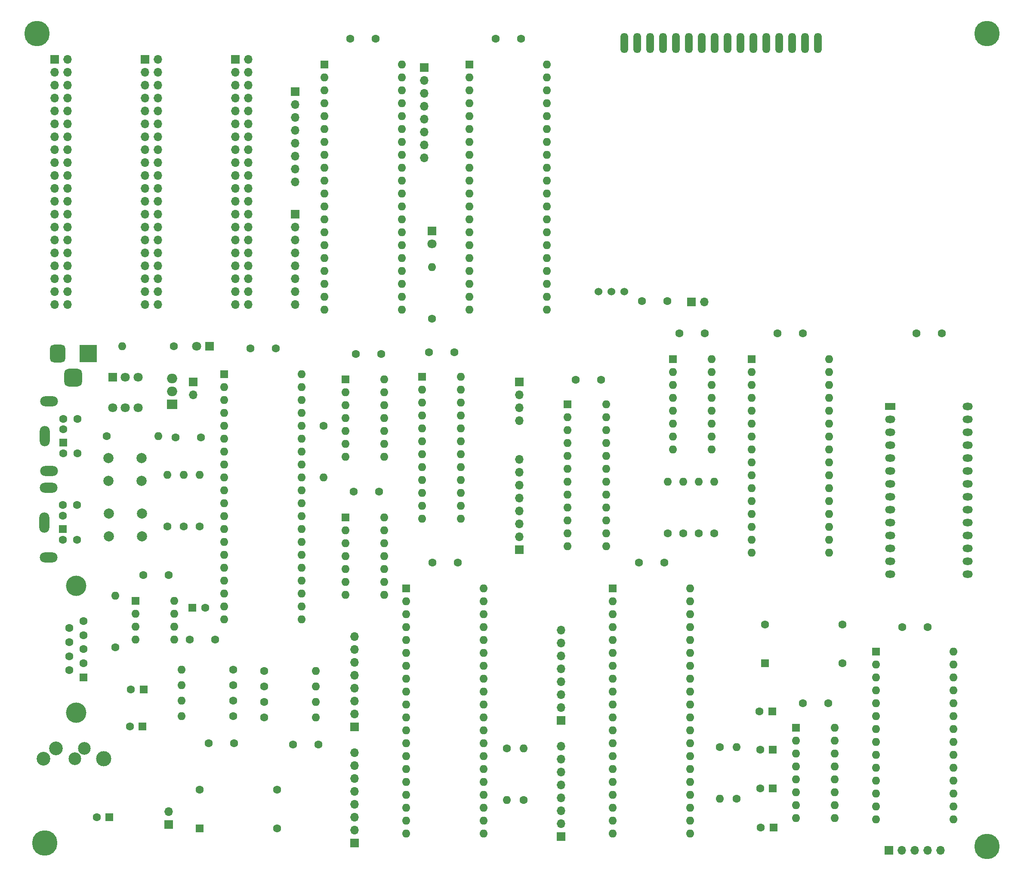
<source format=gbr>
%TF.GenerationSoftware,KiCad,Pcbnew,7.0.2*%
%TF.CreationDate,2023-08-11T11:39:39-05:00*%
%TF.ProjectId,6502v2.0,36353032-7632-42e3-902e-6b696361645f,rev?*%
%TF.SameCoordinates,Original*%
%TF.FileFunction,Soldermask,Top*%
%TF.FilePolarity,Negative*%
%FSLAX46Y46*%
G04 Gerber Fmt 4.6, Leading zero omitted, Abs format (unit mm)*
G04 Created by KiCad (PCBNEW 7.0.2) date 2023-08-11 11:39:39*
%MOMM*%
%LPD*%
G01*
G04 APERTURE LIST*
G04 Aperture macros list*
%AMRoundRect*
0 Rectangle with rounded corners*
0 $1 Rounding radius*
0 $2 $3 $4 $5 $6 $7 $8 $9 X,Y pos of 4 corners*
0 Add a 4 corners polygon primitive as box body*
4,1,4,$2,$3,$4,$5,$6,$7,$8,$9,$2,$3,0*
0 Add four circle primitives for the rounded corners*
1,1,$1+$1,$2,$3*
1,1,$1+$1,$4,$5*
1,1,$1+$1,$6,$7*
1,1,$1+$1,$8,$9*
0 Add four rect primitives between the rounded corners*
20,1,$1+$1,$2,$3,$4,$5,0*
20,1,$1+$1,$4,$5,$6,$7,0*
20,1,$1+$1,$6,$7,$8,$9,0*
20,1,$1+$1,$8,$9,$2,$3,0*%
G04 Aperture macros list end*
%ADD10R,1.600000X1.600000*%
%ADD11C,1.600000*%
%ADD12O,1.600000X1.600000*%
%ADD13C,5.000000*%
%ADD14R,1.800000X1.800000*%
%ADD15C,1.800000*%
%ADD16R,2.000000X1.440000*%
%ADD17O,2.000000X1.440000*%
%ADD18O,1.501140X4.000500*%
%ADD19R,1.700000X1.700000*%
%ADD20O,1.700000X1.700000*%
%ADD21C,2.000000*%
%ADD22C,2.700000*%
%ADD23C,2.500000*%
%ADD24C,3.000000*%
%ADD25C,4.000000*%
%ADD26O,3.500000X2.000000*%
%ADD27O,2.000000X4.000000*%
%ADD28C,1.524000*%
%ADD29R,2.000000X1.905000*%
%ADD30O,2.000000X1.905000*%
%ADD31R,3.500000X3.500000*%
%ADD32RoundRect,0.750000X-0.750000X-1.000000X0.750000X-1.000000X0.750000X1.000000X-0.750000X1.000000X0*%
%ADD33RoundRect,0.875000X-0.875000X-0.875000X0.875000X-0.875000X0.875000X0.875000X-0.875000X0.875000X0*%
G04 APERTURE END LIST*
D10*
%TO.C,C15*%
X82391500Y-151193500D03*
D11*
X84891500Y-151193500D03*
%TD*%
D10*
%TO.C,U14*%
X112522000Y-133350000D03*
D12*
X112522000Y-135890000D03*
X112522000Y-138430000D03*
X112522000Y-140970000D03*
X112522000Y-143510000D03*
X112522000Y-146050000D03*
X112522000Y-148590000D03*
X120142000Y-148590000D03*
X120142000Y-146050000D03*
X120142000Y-143510000D03*
X120142000Y-140970000D03*
X120142000Y-138430000D03*
X120142000Y-135890000D03*
X120142000Y-133350000D03*
%TD*%
D10*
%TO.C,C27*%
X72755000Y-167259000D03*
D11*
X70255000Y-167259000D03*
%TD*%
%TO.C,R3*%
X83820000Y-135128000D03*
D12*
X83820000Y-124968000D03*
%TD*%
D11*
%TO.C,R19*%
X186182000Y-178562000D03*
D12*
X186182000Y-188722000D03*
%TD*%
D11*
%TO.C,R7*%
X185039000Y-136525000D03*
D12*
X185039000Y-126365000D03*
%TD*%
D11*
%TO.C,R5*%
X178943000Y-136525000D03*
D12*
X178943000Y-126365000D03*
%TD*%
D11*
%TO.C,C24*%
X207468000Y-169936000D03*
X202468000Y-169936000D03*
%TD*%
%TO.C,C9*%
X93766000Y-100076000D03*
X98766000Y-100076000D03*
%TD*%
D13*
%TO.C,REF1*%
X51816000Y-38100000D03*
%TD*%
D11*
%TO.C,C25*%
X175220000Y-142240000D03*
X170220000Y-142240000D03*
%TD*%
D10*
%TO.C,C12*%
X66040000Y-192405000D03*
D11*
X63540000Y-192405000D03*
%TD*%
D10*
%TO.C,U4*%
X127605000Y-105664000D03*
D12*
X127605000Y-108204000D03*
X127605000Y-110744000D03*
X127605000Y-113284000D03*
X127605000Y-115824000D03*
X127605000Y-118364000D03*
X127605000Y-120904000D03*
X127605000Y-123444000D03*
X127605000Y-125984000D03*
X127605000Y-128524000D03*
X127605000Y-131064000D03*
X127605000Y-133604000D03*
X135225000Y-133604000D03*
X135225000Y-131064000D03*
X135225000Y-128524000D03*
X135225000Y-125984000D03*
X135225000Y-123444000D03*
X135225000Y-120904000D03*
X135225000Y-118364000D03*
X135225000Y-115824000D03*
X135225000Y-113284000D03*
X135225000Y-110744000D03*
X135225000Y-108204000D03*
X135225000Y-105664000D03*
%TD*%
D11*
%TO.C,R10*%
X78740000Y-99695000D03*
D12*
X68580000Y-99695000D03*
%TD*%
D11*
%TO.C,R17*%
X90424000Y-172466000D03*
D12*
X80264000Y-172466000D03*
%TD*%
D10*
%TO.C,U8*%
X192445000Y-102235000D03*
D12*
X192445000Y-104775000D03*
X192445000Y-107315000D03*
X192445000Y-109855000D03*
X192445000Y-112395000D03*
X192445000Y-114935000D03*
X192445000Y-117475000D03*
X192445000Y-120015000D03*
X192445000Y-122555000D03*
X192445000Y-125095000D03*
X192445000Y-127635000D03*
X192445000Y-130175000D03*
X192445000Y-132715000D03*
X192445000Y-135255000D03*
X192445000Y-137795000D03*
X192445000Y-140335000D03*
X207685000Y-140335000D03*
X207685000Y-137795000D03*
X207685000Y-135255000D03*
X207685000Y-132715000D03*
X207685000Y-130175000D03*
X207685000Y-127635000D03*
X207685000Y-125095000D03*
X207685000Y-122555000D03*
X207685000Y-120015000D03*
X207685000Y-117475000D03*
X207685000Y-114935000D03*
X207685000Y-112395000D03*
X207685000Y-109855000D03*
X207685000Y-107315000D03*
X207685000Y-104775000D03*
X207685000Y-102235000D03*
%TD*%
D11*
%TO.C,R20*%
X189484000Y-188722000D03*
D12*
X189484000Y-178562000D03*
%TD*%
D14*
%TO.C,D1*%
X85725000Y-99695000D03*
D15*
X83185000Y-99695000D03*
%TD*%
D16*
%TO.C,U3*%
X219670000Y-111525000D03*
D17*
X219670000Y-114065000D03*
X219670000Y-116605000D03*
X219670000Y-119145000D03*
X219670000Y-121685000D03*
X219670000Y-124225000D03*
X219670000Y-126765000D03*
X219670000Y-129305000D03*
X219670000Y-131845000D03*
X219670000Y-134385000D03*
X219670000Y-136925000D03*
X219670000Y-139465000D03*
X219670000Y-142005000D03*
X219670000Y-144545000D03*
X234910000Y-144545000D03*
X234910000Y-142005000D03*
X234910000Y-139465000D03*
X234910000Y-136925000D03*
X234910000Y-134385000D03*
X234910000Y-131845000D03*
X234910000Y-129305000D03*
X234910000Y-126765000D03*
X234910000Y-124225000D03*
X234910000Y-121685000D03*
X234910000Y-119145000D03*
X234910000Y-116605000D03*
X234910000Y-114065000D03*
X234910000Y-111525000D03*
%TD*%
D18*
%TO.C,U10*%
X167364440Y-40005020D03*
X169904440Y-40005020D03*
X172444440Y-40005020D03*
X174984440Y-40005020D03*
X177524440Y-40005020D03*
X180064440Y-40005020D03*
X182604440Y-40005020D03*
X185144440Y-40005020D03*
X187684440Y-40005020D03*
X190224440Y-40005020D03*
X192764440Y-40005020D03*
X195304440Y-40005020D03*
X197844440Y-40005020D03*
X200384440Y-40005020D03*
X202924440Y-40005020D03*
X205464440Y-40005020D03*
%TD*%
D19*
%TO.C,J7*%
X73025000Y-43180000D03*
D20*
X75565000Y-43180000D03*
X73025000Y-45720000D03*
X75565000Y-45720000D03*
X73025000Y-48260000D03*
X75565000Y-48260000D03*
X73025000Y-50800000D03*
X75565000Y-50800000D03*
X73025000Y-53340000D03*
X75565000Y-53340000D03*
X73025000Y-55880000D03*
X75565000Y-55880000D03*
X73025000Y-58420000D03*
X75565000Y-58420000D03*
X73025000Y-60960000D03*
X75565000Y-60960000D03*
X73025000Y-63500000D03*
X75565000Y-63500000D03*
X73025000Y-66040000D03*
X75565000Y-66040000D03*
X73025000Y-68580000D03*
X75565000Y-68580000D03*
X73025000Y-71120000D03*
X75565000Y-71120000D03*
X73025000Y-73660000D03*
X75565000Y-73660000D03*
X73025000Y-76200000D03*
X75565000Y-76200000D03*
X73025000Y-78740000D03*
X75565000Y-78740000D03*
X73025000Y-81280000D03*
X75565000Y-81280000D03*
X73025000Y-83820000D03*
X75565000Y-83820000D03*
X73025000Y-86360000D03*
X75565000Y-86360000D03*
X73025000Y-88900000D03*
X75565000Y-88900000D03*
X73025000Y-91440000D03*
X75565000Y-91440000D03*
%TD*%
D19*
%TO.C,J1*%
X102616000Y-73645000D03*
D20*
X102616000Y-76185000D03*
X102616000Y-78725000D03*
X102616000Y-81265000D03*
X102616000Y-83805000D03*
X102616000Y-86345000D03*
X102616000Y-88885000D03*
X102616000Y-91425000D03*
%TD*%
D11*
%TO.C,C26*%
X227036000Y-154955000D03*
X222036000Y-154955000D03*
%TD*%
D10*
%TO.C,U12*%
X216916000Y-159766000D03*
D12*
X216916000Y-162306000D03*
X216916000Y-164846000D03*
X216916000Y-167386000D03*
X216916000Y-169926000D03*
X216916000Y-172466000D03*
X216916000Y-175006000D03*
X216916000Y-177546000D03*
X216916000Y-180086000D03*
X216916000Y-182626000D03*
X216916000Y-185166000D03*
X216916000Y-187706000D03*
X216916000Y-190246000D03*
X216916000Y-192786000D03*
X232156000Y-192786000D03*
X232156000Y-190246000D03*
X232156000Y-187706000D03*
X232156000Y-185166000D03*
X232156000Y-182626000D03*
X232156000Y-180086000D03*
X232156000Y-177546000D03*
X232156000Y-175006000D03*
X232156000Y-172466000D03*
X232156000Y-169926000D03*
X232156000Y-167386000D03*
X232156000Y-164846000D03*
X232156000Y-162306000D03*
X232156000Y-159766000D03*
%TD*%
D11*
%TO.C,R11*%
X129540000Y-94234000D03*
D12*
X129540000Y-84074000D03*
%TD*%
D21*
%TO.C,SW2*%
X65890000Y-121702000D03*
X72390000Y-121702000D03*
X65890000Y-126202000D03*
X72390000Y-126202000D03*
%TD*%
D10*
%TO.C,U5*%
X88646000Y-105156000D03*
D12*
X88646000Y-107696000D03*
X88646000Y-110236000D03*
X88646000Y-112776000D03*
X88646000Y-115316000D03*
X88646000Y-117856000D03*
X88646000Y-120396000D03*
X88646000Y-122936000D03*
X88646000Y-125476000D03*
X88646000Y-128016000D03*
X88646000Y-130556000D03*
X88646000Y-133096000D03*
X88646000Y-135636000D03*
X88646000Y-138176000D03*
X88646000Y-140716000D03*
X88646000Y-143256000D03*
X88646000Y-145796000D03*
X88646000Y-148336000D03*
X88646000Y-150876000D03*
X88646000Y-153416000D03*
X103886000Y-153416000D03*
X103886000Y-150876000D03*
X103886000Y-148336000D03*
X103886000Y-145796000D03*
X103886000Y-143256000D03*
X103886000Y-140716000D03*
X103886000Y-138176000D03*
X103886000Y-135636000D03*
X103886000Y-133096000D03*
X103886000Y-130556000D03*
X103886000Y-128016000D03*
X103886000Y-125476000D03*
X103886000Y-122936000D03*
X103886000Y-120396000D03*
X103886000Y-117856000D03*
X103886000Y-115316000D03*
X103886000Y-112776000D03*
X103886000Y-110236000D03*
X103886000Y-107696000D03*
X103886000Y-105156000D03*
%TD*%
D22*
%TO.C,J19*%
X53096000Y-180848000D03*
X55546000Y-178848000D03*
D23*
X59246000Y-180848000D03*
X61146000Y-178848000D03*
D24*
X64896000Y-180848000D03*
%TD*%
D11*
%TO.C,C14*%
X170855000Y-90805000D03*
X175855000Y-90805000D03*
%TD*%
D19*
%TO.C,J10*%
X90805000Y-43180000D03*
D20*
X93345000Y-43180000D03*
X90805000Y-45720000D03*
X93345000Y-45720000D03*
X90805000Y-48260000D03*
X93345000Y-48260000D03*
X90805000Y-50800000D03*
X93345000Y-50800000D03*
X90805000Y-53340000D03*
X93345000Y-53340000D03*
X90805000Y-55880000D03*
X93345000Y-55880000D03*
X90805000Y-58420000D03*
X93345000Y-58420000D03*
X90805000Y-60960000D03*
X93345000Y-60960000D03*
X90805000Y-63500000D03*
X93345000Y-63500000D03*
X90805000Y-66040000D03*
X93345000Y-66040000D03*
X90805000Y-68580000D03*
X93345000Y-68580000D03*
X90805000Y-71120000D03*
X93345000Y-71120000D03*
X90805000Y-73660000D03*
X93345000Y-73660000D03*
X90805000Y-76200000D03*
X93345000Y-76200000D03*
X90805000Y-78740000D03*
X93345000Y-78740000D03*
X90805000Y-81280000D03*
X93345000Y-81280000D03*
X90805000Y-83820000D03*
X93345000Y-83820000D03*
X90805000Y-86360000D03*
X93345000Y-86360000D03*
X90805000Y-88900000D03*
X93345000Y-88900000D03*
X90805000Y-91440000D03*
X93345000Y-91440000D03*
%TD*%
D25*
%TO.C,J13*%
X59540000Y-146806000D03*
X59540000Y-171806000D03*
D10*
X60960000Y-164846000D03*
D11*
X60960000Y-162076000D03*
X60960000Y-159306000D03*
X60960000Y-156536000D03*
X60960000Y-153766000D03*
X58120000Y-163461000D03*
X58120000Y-160691000D03*
X58120000Y-157921000D03*
X58120000Y-155151000D03*
%TD*%
%TO.C,C6*%
X224830000Y-97155000D03*
X229830000Y-97155000D03*
%TD*%
D10*
%TO.C,J11*%
X56896000Y-135658000D03*
D11*
X56896000Y-133058000D03*
X56896000Y-137758000D03*
X56896000Y-130958000D03*
X59696000Y-137758000D03*
X59696000Y-130958000D03*
D26*
X54046000Y-127508000D03*
D27*
X53246000Y-134358000D03*
D26*
X54046000Y-141208000D03*
%TD*%
D11*
%TO.C,R16*%
X90424000Y-169418000D03*
D12*
X80264000Y-169418000D03*
%TD*%
D11*
%TO.C,R2*%
X77470000Y-135128000D03*
D12*
X77470000Y-124968000D03*
%TD*%
D28*
%TO.C,RV1*%
X167386000Y-88900000D03*
X164846000Y-88900000D03*
X162306000Y-88900000D03*
%TD*%
D10*
%TO.C,U2*%
X156210000Y-111125000D03*
D12*
X156210000Y-113665000D03*
X156210000Y-116205000D03*
X156210000Y-118745000D03*
X156210000Y-121285000D03*
X156210000Y-123825000D03*
X156210000Y-126365000D03*
X156210000Y-128905000D03*
X156210000Y-131445000D03*
X156210000Y-133985000D03*
X156210000Y-136525000D03*
X156210000Y-139065000D03*
X163830000Y-139065000D03*
X163830000Y-136525000D03*
X163830000Y-133985000D03*
X163830000Y-131445000D03*
X163830000Y-128905000D03*
X163830000Y-126365000D03*
X163830000Y-123825000D03*
X163830000Y-121285000D03*
X163830000Y-118745000D03*
X163830000Y-116205000D03*
X163830000Y-113665000D03*
X163830000Y-111125000D03*
%TD*%
D11*
%TO.C,C23*%
X102188000Y-178054000D03*
X107188000Y-178054000D03*
%TD*%
%TO.C,R13*%
X144272000Y-178816000D03*
D12*
X144272000Y-188976000D03*
%TD*%
D11*
%TO.C,R23*%
X96520000Y-172720000D03*
D12*
X106680000Y-172720000D03*
%TD*%
D10*
%TO.C,U7*%
X136906000Y-44191000D03*
D12*
X136906000Y-46731000D03*
X136906000Y-49271000D03*
X136906000Y-51811000D03*
X136906000Y-54351000D03*
X136906000Y-56891000D03*
X136906000Y-59431000D03*
X136906000Y-61971000D03*
X136906000Y-64511000D03*
X136906000Y-67051000D03*
X136906000Y-69591000D03*
X136906000Y-72131000D03*
X136906000Y-74671000D03*
X136906000Y-77211000D03*
X136906000Y-79751000D03*
X136906000Y-82291000D03*
X136906000Y-84831000D03*
X136906000Y-87371000D03*
X136906000Y-89911000D03*
X136906000Y-92451000D03*
X152146000Y-92451000D03*
X152146000Y-89911000D03*
X152146000Y-87371000D03*
X152146000Y-84831000D03*
X152146000Y-82291000D03*
X152146000Y-79751000D03*
X152146000Y-77211000D03*
X152146000Y-74671000D03*
X152146000Y-72131000D03*
X152146000Y-69591000D03*
X152146000Y-67051000D03*
X152146000Y-64511000D03*
X152146000Y-61971000D03*
X152146000Y-59431000D03*
X152146000Y-56891000D03*
X152146000Y-54351000D03*
X152146000Y-51811000D03*
X152146000Y-49271000D03*
X152146000Y-46731000D03*
X152146000Y-44191000D03*
%TD*%
D10*
%TO.C,J9*%
X56990000Y-118648000D03*
D11*
X56990000Y-116048000D03*
X56990000Y-120748000D03*
X56990000Y-113948000D03*
X59790000Y-120748000D03*
X59790000Y-113948000D03*
D26*
X54140000Y-110498000D03*
D27*
X53340000Y-117348000D03*
D26*
X54140000Y-124198000D03*
%TD*%
D14*
%TO.C,SW3*%
X66675000Y-105760000D03*
D15*
X69175000Y-105760000D03*
X71675000Y-105760000D03*
X66675000Y-111760000D03*
X69175000Y-111760000D03*
X71675000Y-111760000D03*
%TD*%
D10*
%TO.C,U9*%
X108336000Y-44191000D03*
D12*
X108336000Y-46731000D03*
X108336000Y-49271000D03*
X108336000Y-51811000D03*
X108336000Y-54351000D03*
X108336000Y-56891000D03*
X108336000Y-59431000D03*
X108336000Y-61971000D03*
X108336000Y-64511000D03*
X108336000Y-67051000D03*
X108336000Y-69591000D03*
X108336000Y-72131000D03*
X108336000Y-74671000D03*
X108336000Y-77211000D03*
X108336000Y-79751000D03*
X108336000Y-82291000D03*
X108336000Y-84831000D03*
X108336000Y-87371000D03*
X108336000Y-89911000D03*
X108336000Y-92451000D03*
X123576000Y-92451000D03*
X123576000Y-89911000D03*
X123576000Y-87371000D03*
X123576000Y-84831000D03*
X123576000Y-82291000D03*
X123576000Y-79751000D03*
X123576000Y-77211000D03*
X123576000Y-74671000D03*
X123576000Y-72131000D03*
X123576000Y-69591000D03*
X123576000Y-67051000D03*
X123576000Y-64511000D03*
X123576000Y-61971000D03*
X123576000Y-59431000D03*
X123576000Y-56891000D03*
X123576000Y-54351000D03*
X123576000Y-51811000D03*
X123576000Y-49271000D03*
X123576000Y-46731000D03*
X123576000Y-44191000D03*
%TD*%
D11*
%TO.C,C8*%
X147026000Y-39111000D03*
X142026000Y-39111000D03*
%TD*%
%TO.C,R15*%
X90424000Y-163322000D03*
D12*
X80264000Y-163322000D03*
%TD*%
D11*
%TO.C,C17*%
X134580000Y-142240000D03*
X129580000Y-142240000D03*
%TD*%
%TO.C,R24*%
X96520000Y-163576000D03*
D12*
X106680000Y-163576000D03*
%TD*%
D10*
%TO.C,U15*%
X124460000Y-147320000D03*
D12*
X124460000Y-149860000D03*
X124460000Y-152400000D03*
X124460000Y-154940000D03*
X124460000Y-157480000D03*
X124460000Y-160020000D03*
X124460000Y-162560000D03*
X124460000Y-165100000D03*
X124460000Y-167640000D03*
X124460000Y-170180000D03*
X124460000Y-172720000D03*
X124460000Y-175260000D03*
X124460000Y-177800000D03*
X124460000Y-180340000D03*
X124460000Y-182880000D03*
X124460000Y-185420000D03*
X124460000Y-187960000D03*
X124460000Y-190500000D03*
X124460000Y-193040000D03*
X124460000Y-195580000D03*
X139700000Y-195580000D03*
X139700000Y-193040000D03*
X139700000Y-190500000D03*
X139700000Y-187960000D03*
X139700000Y-185420000D03*
X139700000Y-182880000D03*
X139700000Y-180340000D03*
X139700000Y-177800000D03*
X139700000Y-175260000D03*
X139700000Y-172720000D03*
X139700000Y-170180000D03*
X139700000Y-167640000D03*
X139700000Y-165100000D03*
X139700000Y-162560000D03*
X139700000Y-160020000D03*
X139700000Y-157480000D03*
X139700000Y-154940000D03*
X139700000Y-152400000D03*
X139700000Y-149860000D03*
X139700000Y-147320000D03*
%TD*%
D10*
%TO.C,X1*%
X83820000Y-194564000D03*
D11*
X99060000Y-194564000D03*
X99060000Y-186944000D03*
X83820000Y-186944000D03*
%TD*%
D10*
%TO.C,U1*%
X112532000Y-106172000D03*
D12*
X112532000Y-108712000D03*
X112532000Y-111252000D03*
X112532000Y-113792000D03*
X112532000Y-116332000D03*
X112532000Y-118872000D03*
X112532000Y-121412000D03*
X120152000Y-121412000D03*
X120152000Y-118872000D03*
X120152000Y-116332000D03*
X120152000Y-113792000D03*
X120152000Y-111252000D03*
X120152000Y-108712000D03*
X120152000Y-106172000D03*
%TD*%
D11*
%TO.C,R9*%
X108204000Y-115316000D03*
D12*
X108204000Y-125476000D03*
%TD*%
D19*
%TO.C,J4*%
X102616000Y-49530000D03*
D20*
X102616000Y-52070000D03*
X102616000Y-54610000D03*
X102616000Y-57150000D03*
X102616000Y-59690000D03*
X102616000Y-62230000D03*
X102616000Y-64770000D03*
X102616000Y-67310000D03*
%TD*%
D11*
%TO.C,R18*%
X90424000Y-166370000D03*
D12*
X80264000Y-166370000D03*
%TD*%
D11*
%TO.C,C5*%
X202525000Y-97155000D03*
X197525000Y-97155000D03*
%TD*%
%TO.C,C28*%
X90598000Y-177800000D03*
X85598000Y-177800000D03*
%TD*%
D21*
%TO.C,SW1*%
X65965000Y-132624000D03*
X72465000Y-132624000D03*
X65965000Y-137124000D03*
X72465000Y-137124000D03*
%TD*%
D19*
%TO.C,J12*%
X146685000Y-139700000D03*
D20*
X146685000Y-137160000D03*
X146685000Y-134620000D03*
X146685000Y-132080000D03*
X146685000Y-129540000D03*
X146685000Y-127000000D03*
X146685000Y-124460000D03*
X146685000Y-121920000D03*
%TD*%
D10*
%TO.C,C22*%
X72579100Y-174498000D03*
D11*
X70079100Y-174498000D03*
%TD*%
D19*
%TO.C,J8*%
X82550000Y-106680000D03*
D20*
X82550000Y-109220000D03*
%TD*%
D19*
%TO.C,J3*%
X128016000Y-44846000D03*
D20*
X128016000Y-47386000D03*
X128016000Y-49926000D03*
X128016000Y-52466000D03*
X128016000Y-55006000D03*
X128016000Y-57546000D03*
X128016000Y-60086000D03*
X128016000Y-62626000D03*
%TD*%
D11*
%TO.C,C2*%
X119126000Y-128270000D03*
X114126000Y-128270000D03*
%TD*%
%TO.C,R12*%
X67246500Y-158940500D03*
D12*
X67246500Y-148780500D03*
%TD*%
D10*
%TO.C,U6*%
X176911000Y-102235000D03*
D12*
X176911000Y-104775000D03*
X176911000Y-107315000D03*
X176911000Y-109855000D03*
X176911000Y-112395000D03*
X176911000Y-114935000D03*
X176911000Y-117475000D03*
X176911000Y-120015000D03*
X184531000Y-120015000D03*
X184531000Y-117475000D03*
X184531000Y-114935000D03*
X184531000Y-112395000D03*
X184531000Y-109855000D03*
X184531000Y-107315000D03*
X184531000Y-104775000D03*
X184531000Y-102235000D03*
%TD*%
D11*
%TO.C,R4*%
X175895000Y-136525000D03*
D12*
X175895000Y-126365000D03*
%TD*%
D11*
%TO.C,R8*%
X65532000Y-117348000D03*
D12*
X75692000Y-117348000D03*
%TD*%
D19*
%TO.C,JP1*%
X77724000Y-193802000D03*
D20*
X77724000Y-191262000D03*
%TD*%
D13*
%TO.C,REF2*%
X238760000Y-38100000D03*
%TD*%
D10*
%TO.C,U11*%
X71183500Y-149796500D03*
D12*
X71183500Y-152336500D03*
X71183500Y-154876500D03*
X71183500Y-157416500D03*
X78803500Y-157416500D03*
X78803500Y-154876500D03*
X78803500Y-152336500D03*
X78803500Y-149796500D03*
%TD*%
D13*
%TO.C,REF4*%
X238760000Y-198120000D03*
%TD*%
D11*
%TO.C,C13*%
X86891500Y-157416500D03*
X81891500Y-157416500D03*
%TD*%
D10*
%TO.C,C21*%
X196723000Y-194437000D03*
D11*
X194223000Y-194437000D03*
%TD*%
D19*
%TO.C,J15*%
X114305000Y-174620000D03*
D20*
X114305000Y-172080000D03*
X114305000Y-169540000D03*
X114305000Y-167000000D03*
X114305000Y-164460000D03*
X114305000Y-161920000D03*
X114305000Y-159380000D03*
X114305000Y-156840000D03*
%TD*%
D11*
%TO.C,C16*%
X77707500Y-144716500D03*
X72707500Y-144716500D03*
%TD*%
D10*
%TO.C,C20*%
X196453000Y-171577000D03*
D11*
X193953000Y-171577000D03*
%TD*%
D19*
%TO.C,J16*%
X114305000Y-197480000D03*
D20*
X114305000Y-194940000D03*
X114305000Y-192400000D03*
X114305000Y-189860000D03*
X114305000Y-187320000D03*
X114305000Y-184780000D03*
X114305000Y-182240000D03*
X114305000Y-179700000D03*
%TD*%
D11*
%TO.C,C10*%
X119554000Y-101224000D03*
X114554000Y-101224000D03*
%TD*%
D20*
%TO.C,J14*%
X229616000Y-198897000D03*
X227076000Y-198897000D03*
X224536000Y-198897000D03*
X221996000Y-198897000D03*
D19*
X219456000Y-198897000D03*
%TD*%
D11*
%TO.C,R22*%
X96520000Y-166624000D03*
D12*
X106680000Y-166624000D03*
%TD*%
D11*
%TO.C,R6*%
X181991000Y-136525000D03*
D12*
X181991000Y-126365000D03*
%TD*%
D19*
%TO.C,J17*%
X154940000Y-196215000D03*
D20*
X154940000Y-193675000D03*
X154940000Y-191135000D03*
X154940000Y-188595000D03*
X154940000Y-186055000D03*
X154940000Y-183515000D03*
X154940000Y-180975000D03*
X154940000Y-178435000D03*
%TD*%
D10*
%TO.C,C18*%
X196586000Y-179080000D03*
D11*
X194086000Y-179080000D03*
%TD*%
%TO.C,C3*%
X133945000Y-100843000D03*
X128945000Y-100843000D03*
%TD*%
D29*
%TO.C,Q1*%
X78415000Y-111125000D03*
D30*
X78415000Y-108585000D03*
X78415000Y-106045000D03*
%TD*%
D10*
%TO.C,U16*%
X165100000Y-147320000D03*
D12*
X165100000Y-149860000D03*
X165100000Y-152400000D03*
X165100000Y-154940000D03*
X165100000Y-157480000D03*
X165100000Y-160020000D03*
X165100000Y-162560000D03*
X165100000Y-165100000D03*
X165100000Y-167640000D03*
X165100000Y-170180000D03*
X165100000Y-172720000D03*
X165100000Y-175260000D03*
X165100000Y-177800000D03*
X165100000Y-180340000D03*
X165100000Y-182880000D03*
X165100000Y-185420000D03*
X165100000Y-187960000D03*
X165100000Y-190500000D03*
X165100000Y-193040000D03*
X165100000Y-195580000D03*
X180340000Y-195580000D03*
X180340000Y-193040000D03*
X180340000Y-190500000D03*
X180340000Y-187960000D03*
X180340000Y-185420000D03*
X180340000Y-182880000D03*
X180340000Y-180340000D03*
X180340000Y-177800000D03*
X180340000Y-175260000D03*
X180340000Y-172720000D03*
X180340000Y-170180000D03*
X180340000Y-167640000D03*
X180340000Y-165100000D03*
X180340000Y-162560000D03*
X180340000Y-160020000D03*
X180340000Y-157480000D03*
X180340000Y-154940000D03*
X180340000Y-152400000D03*
X180340000Y-149860000D03*
X180340000Y-147320000D03*
%TD*%
D11*
%TO.C,R14*%
X147574000Y-188976000D03*
D12*
X147574000Y-178816000D03*
%TD*%
D11*
%TO.C,R21*%
X96520000Y-169672000D03*
D12*
X106680000Y-169672000D03*
%TD*%
D10*
%TO.C,U13*%
X201168000Y-174752000D03*
D12*
X201168000Y-177292000D03*
X201168000Y-179832000D03*
X201168000Y-182372000D03*
X201168000Y-184912000D03*
X201168000Y-187452000D03*
X201168000Y-189992000D03*
X201168000Y-192532000D03*
X208788000Y-192532000D03*
X208788000Y-189992000D03*
X208788000Y-187452000D03*
X208788000Y-184912000D03*
X208788000Y-182372000D03*
X208788000Y-179832000D03*
X208788000Y-177292000D03*
X208788000Y-174752000D03*
%TD*%
D19*
%TO.C,J2*%
X55245000Y-43180000D03*
D20*
X57785000Y-43180000D03*
X55245000Y-45720000D03*
X57785000Y-45720000D03*
X55245000Y-48260000D03*
X57785000Y-48260000D03*
X55245000Y-50800000D03*
X57785000Y-50800000D03*
X55245000Y-53340000D03*
X57785000Y-53340000D03*
X55245000Y-55880000D03*
X57785000Y-55880000D03*
X55245000Y-58420000D03*
X57785000Y-58420000D03*
X55245000Y-60960000D03*
X57785000Y-60960000D03*
X55245000Y-63500000D03*
X57785000Y-63500000D03*
X55245000Y-66040000D03*
X57785000Y-66040000D03*
X55245000Y-68580000D03*
X57785000Y-68580000D03*
X55245000Y-71120000D03*
X57785000Y-71120000D03*
X55245000Y-73660000D03*
X57785000Y-73660000D03*
X55245000Y-76200000D03*
X57785000Y-76200000D03*
X55245000Y-78740000D03*
X57785000Y-78740000D03*
X55245000Y-81280000D03*
X57785000Y-81280000D03*
X55245000Y-83820000D03*
X57785000Y-83820000D03*
X55245000Y-86360000D03*
X57785000Y-86360000D03*
X55245000Y-88900000D03*
X57785000Y-88900000D03*
X55245000Y-91440000D03*
X57785000Y-91440000D03*
%TD*%
D31*
%TO.C,J6*%
X61880000Y-101150500D03*
D32*
X55880000Y-101150500D03*
D33*
X58880000Y-105850500D03*
%TD*%
D19*
%TO.C,J5*%
X146685000Y-106680000D03*
D20*
X146685000Y-109220000D03*
X146685000Y-111760000D03*
X146685000Y-114300000D03*
%TD*%
D11*
%TO.C,C1*%
X118456000Y-39111000D03*
X113456000Y-39111000D03*
%TD*%
D14*
%TO.C,D2*%
X129540000Y-76962000D03*
D15*
X129540000Y-79502000D03*
%TD*%
D19*
%TO.C,JP2*%
X180594000Y-90932000D03*
D20*
X183134000Y-90932000D03*
%TD*%
D10*
%TO.C,C19*%
X196586000Y-186700000D03*
D11*
X194086000Y-186700000D03*
%TD*%
%TO.C,C11*%
X183211000Y-97155000D03*
X178211000Y-97155000D03*
%TD*%
D13*
%TO.C,REF3*%
X53340000Y-197485000D03*
%TD*%
D11*
%TO.C,C4*%
X162814000Y-106304000D03*
X157814000Y-106304000D03*
%TD*%
%TO.C,R1*%
X80645000Y-135128000D03*
D12*
X80645000Y-124968000D03*
%TD*%
D11*
%TO.C,C7*%
X79034000Y-117602000D03*
X84034000Y-117602000D03*
%TD*%
D10*
%TO.C,X2*%
X195072000Y-162062000D03*
D11*
X210312000Y-162062000D03*
X210312000Y-154442000D03*
X195072000Y-154442000D03*
%TD*%
D19*
%TO.C,J18*%
X154940000Y-173355000D03*
D20*
X154940000Y-170815000D03*
X154940000Y-168275000D03*
X154940000Y-165735000D03*
X154940000Y-163195000D03*
X154940000Y-160655000D03*
X154940000Y-158115000D03*
X154940000Y-155575000D03*
%TD*%
M02*

</source>
